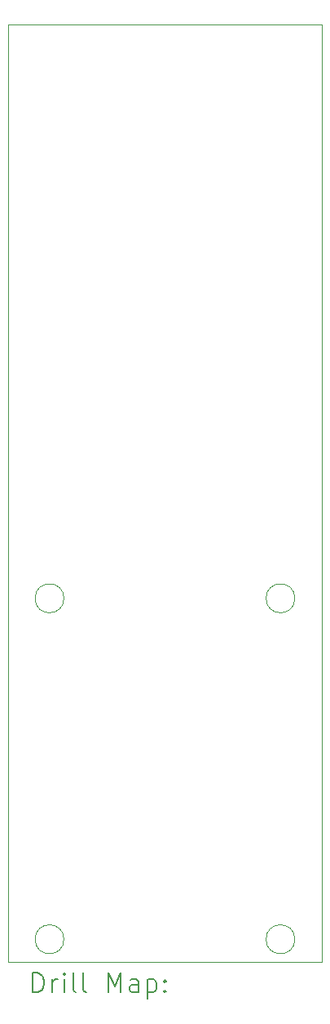
<source format=gbr>
%TF.GenerationSoftware,KiCad,Pcbnew,8.0.8*%
%TF.CreationDate,2025-06-10T17:11:52-04:00*%
%TF.ProjectId,V0.5.0,56302e35-2e30-42e6-9b69-6361645f7063,rev?*%
%TF.SameCoordinates,Original*%
%TF.FileFunction,Drillmap*%
%TF.FilePolarity,Positive*%
%FSLAX45Y45*%
G04 Gerber Fmt 4.5, Leading zero omitted, Abs format (unit mm)*
G04 Created by KiCad (PCBNEW 8.0.8) date 2025-06-10 17:11:52*
%MOMM*%
%LPD*%
G01*
G04 APERTURE LIST*
%ADD10C,0.050000*%
%ADD11C,0.200000*%
G04 APERTURE END LIST*
D10*
X9720000Y-12420000D02*
X12980000Y-12420000D01*
X10300000Y-8650000D02*
G75*
G02*
X10000000Y-8650000I-150000J0D01*
G01*
X10000000Y-8650000D02*
G75*
G02*
X10300000Y-8650000I150000J0D01*
G01*
X10300000Y-12185000D02*
G75*
G02*
X10000000Y-12185000I-150000J0D01*
G01*
X10000000Y-12185000D02*
G75*
G02*
X10300000Y-12185000I150000J0D01*
G01*
X12700000Y-12185000D02*
G75*
G02*
X12400000Y-12185000I-150000J0D01*
G01*
X12400000Y-12185000D02*
G75*
G02*
X12700000Y-12185000I150000J0D01*
G01*
X9720000Y-2980000D02*
X9720000Y-12420000D01*
X12980000Y-2980000D02*
X12980000Y-12420000D01*
X12700000Y-8650000D02*
G75*
G02*
X12400000Y-8650000I-150000J0D01*
G01*
X12400000Y-8650000D02*
G75*
G02*
X12700000Y-8650000I150000J0D01*
G01*
X9720000Y-2700000D02*
X9720000Y-2980000D01*
X12980000Y-2700000D02*
X9720000Y-2700000D01*
X12980000Y-2980000D02*
X12980000Y-2700000D01*
D11*
X9978277Y-12733984D02*
X9978277Y-12533984D01*
X9978277Y-12533984D02*
X10025896Y-12533984D01*
X10025896Y-12533984D02*
X10054467Y-12543508D01*
X10054467Y-12543508D02*
X10073515Y-12562555D01*
X10073515Y-12562555D02*
X10083039Y-12581603D01*
X10083039Y-12581603D02*
X10092563Y-12619698D01*
X10092563Y-12619698D02*
X10092563Y-12648269D01*
X10092563Y-12648269D02*
X10083039Y-12686365D01*
X10083039Y-12686365D02*
X10073515Y-12705412D01*
X10073515Y-12705412D02*
X10054467Y-12724460D01*
X10054467Y-12724460D02*
X10025896Y-12733984D01*
X10025896Y-12733984D02*
X9978277Y-12733984D01*
X10178277Y-12733984D02*
X10178277Y-12600650D01*
X10178277Y-12638746D02*
X10187801Y-12619698D01*
X10187801Y-12619698D02*
X10197324Y-12610174D01*
X10197324Y-12610174D02*
X10216372Y-12600650D01*
X10216372Y-12600650D02*
X10235420Y-12600650D01*
X10302086Y-12733984D02*
X10302086Y-12600650D01*
X10302086Y-12533984D02*
X10292563Y-12543508D01*
X10292563Y-12543508D02*
X10302086Y-12553031D01*
X10302086Y-12553031D02*
X10311610Y-12543508D01*
X10311610Y-12543508D02*
X10302086Y-12533984D01*
X10302086Y-12533984D02*
X10302086Y-12553031D01*
X10425896Y-12733984D02*
X10406848Y-12724460D01*
X10406848Y-12724460D02*
X10397324Y-12705412D01*
X10397324Y-12705412D02*
X10397324Y-12533984D01*
X10530658Y-12733984D02*
X10511610Y-12724460D01*
X10511610Y-12724460D02*
X10502086Y-12705412D01*
X10502086Y-12705412D02*
X10502086Y-12533984D01*
X10759229Y-12733984D02*
X10759229Y-12533984D01*
X10759229Y-12533984D02*
X10825896Y-12676841D01*
X10825896Y-12676841D02*
X10892563Y-12533984D01*
X10892563Y-12533984D02*
X10892563Y-12733984D01*
X11073515Y-12733984D02*
X11073515Y-12629222D01*
X11073515Y-12629222D02*
X11063991Y-12610174D01*
X11063991Y-12610174D02*
X11044944Y-12600650D01*
X11044944Y-12600650D02*
X11006848Y-12600650D01*
X11006848Y-12600650D02*
X10987801Y-12610174D01*
X11073515Y-12724460D02*
X11054467Y-12733984D01*
X11054467Y-12733984D02*
X11006848Y-12733984D01*
X11006848Y-12733984D02*
X10987801Y-12724460D01*
X10987801Y-12724460D02*
X10978277Y-12705412D01*
X10978277Y-12705412D02*
X10978277Y-12686365D01*
X10978277Y-12686365D02*
X10987801Y-12667317D01*
X10987801Y-12667317D02*
X11006848Y-12657793D01*
X11006848Y-12657793D02*
X11054467Y-12657793D01*
X11054467Y-12657793D02*
X11073515Y-12648269D01*
X11168753Y-12600650D02*
X11168753Y-12800650D01*
X11168753Y-12610174D02*
X11187801Y-12600650D01*
X11187801Y-12600650D02*
X11225896Y-12600650D01*
X11225896Y-12600650D02*
X11244943Y-12610174D01*
X11244943Y-12610174D02*
X11254467Y-12619698D01*
X11254467Y-12619698D02*
X11263991Y-12638746D01*
X11263991Y-12638746D02*
X11263991Y-12695888D01*
X11263991Y-12695888D02*
X11254467Y-12714936D01*
X11254467Y-12714936D02*
X11244943Y-12724460D01*
X11244943Y-12724460D02*
X11225896Y-12733984D01*
X11225896Y-12733984D02*
X11187801Y-12733984D01*
X11187801Y-12733984D02*
X11168753Y-12724460D01*
X11349705Y-12714936D02*
X11359229Y-12724460D01*
X11359229Y-12724460D02*
X11349705Y-12733984D01*
X11349705Y-12733984D02*
X11340182Y-12724460D01*
X11340182Y-12724460D02*
X11349705Y-12714936D01*
X11349705Y-12714936D02*
X11349705Y-12733984D01*
X11349705Y-12610174D02*
X11359229Y-12619698D01*
X11359229Y-12619698D02*
X11349705Y-12629222D01*
X11349705Y-12629222D02*
X11340182Y-12619698D01*
X11340182Y-12619698D02*
X11349705Y-12610174D01*
X11349705Y-12610174D02*
X11349705Y-12629222D01*
M02*

</source>
